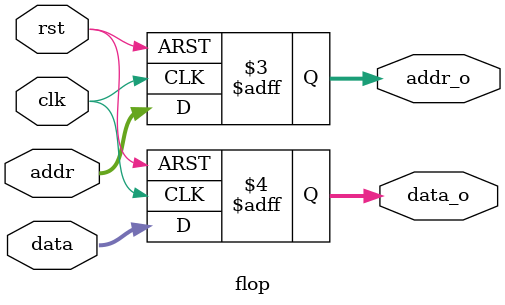
<source format=sv>
module flop(clk,rst,addr,data,addr_o,data_o);
  input wire clk;
  input wire rst;
  input wire[31 : 0] addr;
  input wire[31 : 0] data;
  output reg[31 : 0] addr_o;
  output reg[31 : 0] data_o;
  
  always@(posedge clk or negedge rst)begin
    if(!rst)begin
      addr_o <= '0;
      data_o <= '0;
    end
    else begin
      addr_o <= addr;
      data_o <= data;
    end
  end
endmodule : flop
</source>
